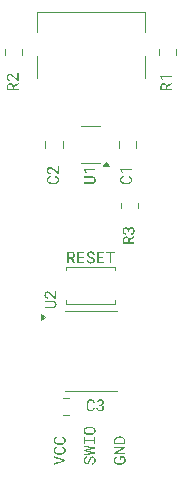
<source format=gbr>
%TF.GenerationSoftware,KiCad,Pcbnew,8.0.3*%
%TF.CreationDate,2024-08-17T22:20:40+01:00*%
%TF.ProjectId,TSSOP_Board,5453534f-505f-4426-9f61-72642e6b6963,rev?*%
%TF.SameCoordinates,Original*%
%TF.FileFunction,Legend,Top*%
%TF.FilePolarity,Positive*%
%FSLAX46Y46*%
G04 Gerber Fmt 4.6, Leading zero omitted, Abs format (unit mm)*
G04 Created by KiCad (PCBNEW 8.0.3) date 2024-08-17 22:20:40*
%MOMM*%
%LPD*%
G01*
G04 APERTURE LIST*
%ADD10C,0.125000*%
%ADD11C,0.150000*%
%ADD12C,0.120000*%
G04 APERTURE END LIST*
D10*
G36*
X115985000Y-82947345D02*
G01*
X115985000Y-82836703D01*
X114984825Y-82521385D01*
X114984825Y-82656696D01*
X115730254Y-82877736D01*
X115780324Y-82892879D01*
X115731475Y-82907289D01*
X114984825Y-83127108D01*
X114984825Y-83263151D01*
X115985000Y-82947345D01*
G37*
G36*
X115684092Y-81704393D02*
G01*
X115684092Y-81831644D01*
X115733114Y-81841372D01*
X115768356Y-81852893D01*
X115812701Y-81875829D01*
X115835279Y-81893437D01*
X115867531Y-81931720D01*
X115879975Y-81955719D01*
X115893027Y-82003961D01*
X115895607Y-82042425D01*
X115890440Y-82093109D01*
X115880952Y-82123025D01*
X115855271Y-82165886D01*
X115840163Y-82182621D01*
X115801207Y-82213391D01*
X115781057Y-82224630D01*
X115734715Y-82243479D01*
X115708761Y-82251253D01*
X115660981Y-82261881D01*
X115631580Y-82266152D01*
X115580700Y-82270029D01*
X115554888Y-82270548D01*
X115414204Y-82270548D01*
X115364426Y-82268655D01*
X115337512Y-82266152D01*
X115288816Y-82258156D01*
X115260331Y-82251253D01*
X115212431Y-82234949D01*
X115188768Y-82224142D01*
X115146348Y-82196929D01*
X115129661Y-82181888D01*
X115098698Y-82141254D01*
X115089605Y-82122537D01*
X115076802Y-82074986D01*
X115074706Y-82042425D01*
X115079463Y-81993017D01*
X115091559Y-81955719D01*
X115117586Y-81914102D01*
X115137965Y-81893437D01*
X115178723Y-81865693D01*
X115206842Y-81852893D01*
X115255401Y-81838096D01*
X115291106Y-81831644D01*
X115291106Y-81704393D01*
X115239334Y-81713094D01*
X115190997Y-81726741D01*
X115160680Y-81738587D01*
X115115397Y-81762205D01*
X115075596Y-81791386D01*
X115059075Y-81806731D01*
X115025963Y-81847263D01*
X115001746Y-81890509D01*
X114994106Y-81908580D01*
X114979241Y-81959184D01*
X114972246Y-82010475D01*
X114971147Y-82042425D01*
X114974050Y-82091212D01*
X114983667Y-82139244D01*
X114988733Y-82155265D01*
X115009494Y-82202587D01*
X115037093Y-82244414D01*
X115070737Y-82281417D01*
X115110122Y-82312802D01*
X115154207Y-82338875D01*
X115198865Y-82358771D01*
X115201957Y-82359941D01*
X115249337Y-82375654D01*
X115298972Y-82387075D01*
X115305760Y-82388273D01*
X115356862Y-82395096D01*
X115408500Y-82398162D01*
X115415425Y-82398287D01*
X115554888Y-82398287D01*
X115606826Y-82395722D01*
X115658228Y-82389400D01*
X115665041Y-82388273D01*
X115714801Y-82377425D01*
X115762414Y-82362284D01*
X115768600Y-82359941D01*
X115813419Y-82340338D01*
X115857558Y-82314578D01*
X115860191Y-82312802D01*
X115899209Y-82281417D01*
X115932732Y-82244414D01*
X115960392Y-82202465D01*
X115981336Y-82154777D01*
X115993783Y-82104910D01*
X115998525Y-82053913D01*
X115998677Y-82042425D01*
X115995449Y-81990276D01*
X115985763Y-81941904D01*
X115975718Y-81911755D01*
X115953920Y-81866509D01*
X115925834Y-81826423D01*
X115910750Y-81809662D01*
X115871453Y-81775348D01*
X115829271Y-81749010D01*
X115811587Y-81740297D01*
X115762502Y-81721410D01*
X115713902Y-81709200D01*
X115684092Y-81704393D01*
G37*
G36*
X115684092Y-80864198D02*
G01*
X115684092Y-80991448D01*
X115733114Y-81001177D01*
X115768356Y-81012697D01*
X115812701Y-81035633D01*
X115835279Y-81053242D01*
X115867531Y-81091525D01*
X115879975Y-81115524D01*
X115893027Y-81163765D01*
X115895607Y-81202230D01*
X115890440Y-81252914D01*
X115880952Y-81282830D01*
X115855271Y-81325691D01*
X115840163Y-81342425D01*
X115801207Y-81373196D01*
X115781057Y-81384435D01*
X115734715Y-81403283D01*
X115708761Y-81411057D01*
X115660981Y-81421686D01*
X115631580Y-81425956D01*
X115580700Y-81429833D01*
X115554888Y-81430353D01*
X115414204Y-81430353D01*
X115364426Y-81428459D01*
X115337512Y-81425956D01*
X115288816Y-81417961D01*
X115260331Y-81411057D01*
X115212431Y-81394753D01*
X115188768Y-81383946D01*
X115146348Y-81356733D01*
X115129661Y-81341692D01*
X115098698Y-81301058D01*
X115089605Y-81282341D01*
X115076802Y-81234790D01*
X115074706Y-81202230D01*
X115079463Y-81152822D01*
X115091559Y-81115524D01*
X115117586Y-81073907D01*
X115137965Y-81053242D01*
X115178723Y-81025497D01*
X115206842Y-81012697D01*
X115255401Y-80997901D01*
X115291106Y-80991448D01*
X115291106Y-80864198D01*
X115239334Y-80872899D01*
X115190997Y-80886546D01*
X115160680Y-80898392D01*
X115115397Y-80922010D01*
X115075596Y-80951191D01*
X115059075Y-80966535D01*
X115025963Y-81007067D01*
X115001746Y-81050313D01*
X114994106Y-81068385D01*
X114979241Y-81118989D01*
X114972246Y-81170280D01*
X114971147Y-81202230D01*
X114974050Y-81251017D01*
X114983667Y-81299049D01*
X114988733Y-81315070D01*
X115009494Y-81362392D01*
X115037093Y-81404219D01*
X115070737Y-81441221D01*
X115110122Y-81472607D01*
X115154207Y-81498680D01*
X115198865Y-81518576D01*
X115201957Y-81519745D01*
X115249337Y-81535459D01*
X115298972Y-81546879D01*
X115305760Y-81548078D01*
X115356862Y-81554900D01*
X115408500Y-81557967D01*
X115415425Y-81558092D01*
X115554888Y-81558092D01*
X115606826Y-81555526D01*
X115658228Y-81549204D01*
X115665041Y-81548078D01*
X115714801Y-81537230D01*
X115762414Y-81522089D01*
X115768600Y-81519745D01*
X115813419Y-81500143D01*
X115857558Y-81474383D01*
X115860191Y-81472607D01*
X115899209Y-81441221D01*
X115932732Y-81404219D01*
X115960392Y-81362270D01*
X115981336Y-81314581D01*
X115993783Y-81264714D01*
X115998525Y-81213717D01*
X115998677Y-81202230D01*
X115995449Y-81150080D01*
X115985763Y-81101709D01*
X115975718Y-81071560D01*
X115953920Y-81026314D01*
X115925834Y-80986228D01*
X115910750Y-80969466D01*
X115871453Y-80935152D01*
X115829271Y-80908814D01*
X115811587Y-80900101D01*
X115762502Y-80881215D01*
X115713902Y-80869005D01*
X115684092Y-80864198D01*
G37*
G36*
X118272208Y-82668908D02*
G01*
X118321440Y-82676692D01*
X118343283Y-82686982D01*
X118382072Y-82719497D01*
X118392376Y-82732900D01*
X118415614Y-82777440D01*
X118421685Y-82797136D01*
X118430060Y-82847301D01*
X118430966Y-82870408D01*
X118426947Y-82920649D01*
X118418265Y-82956626D01*
X118397428Y-83002250D01*
X118380163Y-83026235D01*
X118342732Y-83061252D01*
X118319347Y-83075817D01*
X118272719Y-83093962D01*
X118236549Y-83101218D01*
X118236549Y-83230911D01*
X118286964Y-83225292D01*
X118336839Y-83210226D01*
X118353541Y-83202579D01*
X118396965Y-83175684D01*
X118435339Y-83141591D01*
X118445376Y-83130527D01*
X118476311Y-83089884D01*
X118501338Y-83044157D01*
X118514741Y-83010848D01*
X118528369Y-82963068D01*
X118536340Y-82914768D01*
X118538677Y-82870408D01*
X118535451Y-82818049D01*
X118526679Y-82769429D01*
X118521824Y-82750729D01*
X118505390Y-82704166D01*
X118481561Y-82658618D01*
X118471510Y-82643507D01*
X118439387Y-82605413D01*
X118400718Y-82574050D01*
X118388468Y-82566326D01*
X118341171Y-82545957D01*
X118291391Y-82537256D01*
X118270743Y-82536528D01*
X118219345Y-82541124D01*
X118169764Y-82556351D01*
X118153506Y-82564372D01*
X118111926Y-82591934D01*
X118076516Y-82626322D01*
X118067533Y-82637401D01*
X118036978Y-82679616D01*
X118011567Y-82725477D01*
X118005251Y-82739250D01*
X117985282Y-82787810D01*
X117968118Y-82836462D01*
X117963729Y-82850381D01*
X117948008Y-82898804D01*
X117939794Y-82922188D01*
X117919815Y-82967525D01*
X117905355Y-82992530D01*
X117874431Y-83030863D01*
X117855041Y-83046996D01*
X117809931Y-83065945D01*
X117781769Y-83068734D01*
X117731530Y-83061114D01*
X117711671Y-83052614D01*
X117671737Y-83022114D01*
X117660868Y-83009138D01*
X117636450Y-82966480D01*
X117629849Y-82947589D01*
X117620593Y-82899093D01*
X117619591Y-82876515D01*
X117624585Y-82825925D01*
X117633757Y-82795182D01*
X117656974Y-82752050D01*
X117673080Y-82732900D01*
X117712961Y-82701930D01*
X117734141Y-82691134D01*
X117781253Y-82675297D01*
X117812543Y-82669641D01*
X117812543Y-82539215D01*
X117762924Y-82544058D01*
X117713355Y-82557754D01*
X117688468Y-82568769D01*
X117645923Y-82594653D01*
X117608779Y-82626666D01*
X117593457Y-82643507D01*
X117564608Y-82683866D01*
X117541563Y-82728740D01*
X117532885Y-82750974D01*
X117518811Y-82800796D01*
X117511912Y-82852231D01*
X117511147Y-82876515D01*
X117514654Y-82928093D01*
X117525172Y-82979390D01*
X117529466Y-82993995D01*
X117548506Y-83042688D01*
X117573998Y-83086613D01*
X117582466Y-83098287D01*
X117616233Y-83135313D01*
X117655983Y-83165606D01*
X117668440Y-83173025D01*
X117715510Y-83192393D01*
X117763906Y-83200666D01*
X117783722Y-83201357D01*
X117833530Y-83196682D01*
X117880947Y-83181187D01*
X117896318Y-83173025D01*
X117938178Y-83142532D01*
X117972212Y-83107390D01*
X117978872Y-83099020D01*
X118007089Y-83058040D01*
X118031472Y-83013321D01*
X118037735Y-82999857D01*
X118057584Y-82952360D01*
X118074814Y-82905610D01*
X118079256Y-82892390D01*
X118094846Y-82845545D01*
X118105390Y-82816431D01*
X118126075Y-82769548D01*
X118141050Y-82743891D01*
X118174108Y-82705768D01*
X118194783Y-82689913D01*
X118242343Y-82671390D01*
X118272208Y-82668908D01*
G37*
G36*
X118525000Y-82300101D02*
G01*
X118525000Y-82169431D01*
X117814009Y-82047310D01*
X117771510Y-82039739D01*
X117813276Y-82032900D01*
X118525000Y-81911267D01*
X118525000Y-81781330D01*
X117524825Y-81659941D01*
X117524825Y-81780108D01*
X118213101Y-81852160D01*
X118254378Y-81856312D01*
X118213834Y-81863884D01*
X117524825Y-81985517D01*
X117524825Y-82096159D01*
X118213101Y-82217059D01*
X118254378Y-82224386D01*
X118214567Y-82228538D01*
X117524825Y-82300834D01*
X117524825Y-82421734D01*
X118525000Y-82300101D01*
G37*
G36*
X117524825Y-81512174D02*
G01*
X117635467Y-81512174D01*
X117635467Y-81277945D01*
X118415090Y-81277945D01*
X118415090Y-81512174D01*
X118525000Y-81512174D01*
X118525000Y-80907673D01*
X118415090Y-80907673D01*
X118415090Y-81147275D01*
X117635467Y-81147275D01*
X117635467Y-80907673D01*
X117524825Y-80907673D01*
X117524825Y-81512174D01*
G37*
G36*
X118089367Y-80021438D02*
G01*
X118139853Y-80024300D01*
X118190875Y-80030597D01*
X118197669Y-80031702D01*
X118247712Y-80042299D01*
X118296144Y-80056975D01*
X118302497Y-80059272D01*
X118348382Y-80078936D01*
X118391154Y-80102893D01*
X118432370Y-80133240D01*
X118468091Y-80169083D01*
X118497522Y-80210299D01*
X118519870Y-80257254D01*
X118523231Y-80266702D01*
X118535077Y-80317095D01*
X118538677Y-80368873D01*
X118538512Y-80380354D01*
X118533369Y-80431151D01*
X118519870Y-80480492D01*
X118497522Y-80527509D01*
X118468091Y-80568908D01*
X118432309Y-80604751D01*
X118390910Y-80635586D01*
X118385329Y-80639057D01*
X118341887Y-80662535D01*
X118295655Y-80681504D01*
X118289262Y-80683787D01*
X118240522Y-80698538D01*
X118190387Y-80709103D01*
X118183612Y-80710171D01*
X118132983Y-80716171D01*
X118082676Y-80718629D01*
X117968614Y-80718629D01*
X117961895Y-80718507D01*
X117911316Y-80715645D01*
X117860415Y-80709348D01*
X117853591Y-80708240D01*
X117803388Y-80697439D01*
X117754902Y-80682237D01*
X117748577Y-80679969D01*
X117702785Y-80660466D01*
X117659891Y-80636563D01*
X117618126Y-80606033D01*
X117581734Y-80570129D01*
X117552302Y-80528913D01*
X117529954Y-80481958D01*
X117526593Y-80472510D01*
X117514747Y-80422117D01*
X117511147Y-80370339D01*
X117624476Y-80370339D01*
X117626352Y-80399352D01*
X117640352Y-80448008D01*
X117651147Y-80468191D01*
X117682117Y-80506382D01*
X117701512Y-80522389D01*
X117743667Y-80547659D01*
X117767857Y-80558101D01*
X117815963Y-80573549D01*
X117844940Y-80580567D01*
X117893387Y-80588448D01*
X117917278Y-80590837D01*
X117967149Y-80593577D01*
X118082676Y-80593577D01*
X118107207Y-80592640D01*
X118156926Y-80588448D01*
X118183619Y-80584703D01*
X118233618Y-80573549D01*
X118259745Y-80565775D01*
X118307379Y-80546926D01*
X118328350Y-80535759D01*
X118368440Y-80505649D01*
X118384029Y-80489349D01*
X118410938Y-80447275D01*
X118421217Y-80418075D01*
X118426814Y-80368873D01*
X118424938Y-80339414D01*
X118410938Y-80290227D01*
X118399966Y-80269915D01*
X118368440Y-80231609D01*
X118351271Y-80217283D01*
X118307623Y-80191309D01*
X118281062Y-80180043D01*
X118234351Y-80164930D01*
X118208318Y-80159074D01*
X118157658Y-80151741D01*
X118133439Y-80149609D01*
X118082676Y-80147101D01*
X117967149Y-80147101D01*
X117942258Y-80148008D01*
X117892655Y-80151986D01*
X117863598Y-80155741D01*
X117815474Y-80165663D01*
X117789822Y-80173466D01*
X117742934Y-80192530D01*
X117722021Y-80203568D01*
X117681385Y-80233563D01*
X117666100Y-80249863D01*
X117639863Y-80291937D01*
X117629901Y-80321136D01*
X117624476Y-80370339D01*
X117511147Y-80370339D01*
X117511313Y-80358855D01*
X117516455Y-80307992D01*
X117529954Y-80258475D01*
X117531143Y-80255342D01*
X117552302Y-80211153D01*
X117581734Y-80169815D01*
X117617576Y-80133912D01*
X117659159Y-80103381D01*
X117664710Y-80099937D01*
X117707991Y-80076417D01*
X117754169Y-80056975D01*
X117760536Y-80054783D01*
X117809319Y-80040650D01*
X117859926Y-80030597D01*
X117866791Y-80029559D01*
X117917971Y-80023720D01*
X117968614Y-80021316D01*
X118082676Y-80021316D01*
X118089367Y-80021438D01*
G37*
G36*
X120933841Y-82545321D02*
G01*
X120566988Y-82547519D01*
X120566988Y-82871630D01*
X120674211Y-82871630D01*
X120674211Y-82668420D01*
X120898670Y-82669641D01*
X120932820Y-82704634D01*
X120935551Y-82708964D01*
X120956170Y-82754028D01*
X120957777Y-82759034D01*
X120968008Y-82807359D01*
X120968768Y-82814477D01*
X120971030Y-82864024D01*
X120970966Y-82868943D01*
X120964930Y-82919446D01*
X120954846Y-82950032D01*
X120929807Y-82993048D01*
X120913080Y-83012558D01*
X120875419Y-83044990D01*
X120852752Y-83059208D01*
X120808178Y-83080560D01*
X120779968Y-83090715D01*
X120731158Y-83103710D01*
X120701322Y-83109034D01*
X120651996Y-83114357D01*
X120623408Y-83115628D01*
X120505928Y-83115628D01*
X120456044Y-83113525D01*
X120428991Y-83110743D01*
X120379589Y-83102252D01*
X120350589Y-83094868D01*
X120303878Y-83078744D01*
X120277316Y-83066780D01*
X120235582Y-83040448D01*
X120216744Y-83023549D01*
X120185889Y-82983459D01*
X120175223Y-82962488D01*
X120161789Y-82914517D01*
X120159591Y-82881888D01*
X120164305Y-82832291D01*
X120174490Y-82798845D01*
X120198668Y-82756145D01*
X120215279Y-82737052D01*
X120256292Y-82706627D01*
X120278293Y-82695775D01*
X120326665Y-82679269D01*
X120358161Y-82672572D01*
X120358161Y-82546787D01*
X120307476Y-82554286D01*
X120256832Y-82568999D01*
X120231399Y-82579759D01*
X120188019Y-82604410D01*
X120147254Y-82637269D01*
X120134190Y-82650590D01*
X120102861Y-82691957D01*
X120080049Y-82735559D01*
X120072885Y-82753660D01*
X120058811Y-82803340D01*
X120052188Y-82852490D01*
X120051147Y-82882621D01*
X120054211Y-82931963D01*
X120064362Y-82980502D01*
X120069710Y-82996682D01*
X120089957Y-83041894D01*
X120117823Y-83084797D01*
X120119780Y-83087296D01*
X120154890Y-83124909D01*
X120195739Y-83156661D01*
X120238107Y-83181587D01*
X120283695Y-83202328D01*
X120290017Y-83204777D01*
X120338786Y-83220666D01*
X120389379Y-83232154D01*
X120396263Y-83233353D01*
X120448119Y-83240176D01*
X120500190Y-83243242D01*
X120507149Y-83243367D01*
X120623408Y-83243367D01*
X120672422Y-83240856D01*
X120721155Y-83234605D01*
X120735027Y-83232132D01*
X120785649Y-83219749D01*
X120834017Y-83202751D01*
X120840296Y-83200136D01*
X120886313Y-83178473D01*
X120929111Y-83152409D01*
X120934574Y-83148601D01*
X120972527Y-83117267D01*
X121007331Y-83078875D01*
X121009312Y-83076305D01*
X121036478Y-83035476D01*
X121057526Y-82989923D01*
X121059870Y-82983493D01*
X121072366Y-82936102D01*
X121078223Y-82884971D01*
X121078677Y-82869676D01*
X121076814Y-82820833D01*
X121069307Y-82770397D01*
X121065244Y-82752928D01*
X121050210Y-82705650D01*
X121029474Y-82661272D01*
X121022501Y-82649124D01*
X120994429Y-82608092D01*
X120983667Y-82594903D01*
X120948842Y-82558723D01*
X120933841Y-82545321D01*
G37*
G36*
X121065000Y-81725886D02*
G01*
X120064825Y-81725886D01*
X120064825Y-81854358D01*
X120810743Y-81856312D01*
X120064825Y-82244414D01*
X120064825Y-82373618D01*
X121065000Y-82373618D01*
X121065000Y-82245147D01*
X120317616Y-82242949D01*
X121065000Y-81854847D01*
X121065000Y-81725886D01*
G37*
G36*
X120626404Y-80851699D02*
G01*
X120677814Y-80855730D01*
X120726967Y-80863953D01*
X120741595Y-80867304D01*
X120790449Y-80881797D01*
X120835655Y-80900590D01*
X120848390Y-80907020D01*
X120890619Y-80932713D01*
X120929200Y-80963360D01*
X120934373Y-80968097D01*
X120970130Y-81005875D01*
X121000519Y-81047624D01*
X121009791Y-81063428D01*
X121032070Y-81110979D01*
X121047903Y-81159487D01*
X121055108Y-81191132D01*
X121062252Y-81240946D01*
X121065000Y-81293577D01*
X121065000Y-81525119D01*
X120064825Y-81525119D01*
X120064825Y-81293577D01*
X120169117Y-81293577D01*
X120169117Y-81395914D01*
X120961196Y-81395914D01*
X120961196Y-81293577D01*
X120957826Y-81244257D01*
X120947519Y-81193681D01*
X120935147Y-81158779D01*
X120910394Y-81113570D01*
X120886658Y-81083002D01*
X120849822Y-81049334D01*
X120814055Y-81026440D01*
X120768977Y-81006591D01*
X120738441Y-80996449D01*
X120690331Y-80985831D01*
X120652611Y-80981015D01*
X120601915Y-80978259D01*
X120527177Y-80978259D01*
X120487059Y-80980162D01*
X120437540Y-80986319D01*
X120406124Y-80992662D01*
X120357428Y-81007812D01*
X120311632Y-81029550D01*
X120270478Y-81057638D01*
X120235368Y-81092443D01*
X120207707Y-81134330D01*
X120195434Y-81159575D01*
X120179863Y-81206382D01*
X120172878Y-81242666D01*
X120169117Y-81293577D01*
X120064825Y-81293577D01*
X120065057Y-81282689D01*
X120068637Y-81233415D01*
X120077037Y-81183423D01*
X120090593Y-81133414D01*
X120108789Y-81087436D01*
X120123932Y-81057791D01*
X120150768Y-81016643D01*
X120182550Y-80979480D01*
X120203210Y-80959769D01*
X120245175Y-80927998D01*
X120288063Y-80904254D01*
X120304177Y-80896543D01*
X120351835Y-80878191D01*
X120399438Y-80865419D01*
X120426229Y-80860150D01*
X120478092Y-80853588D01*
X120528398Y-80851253D01*
X120601915Y-80851253D01*
X120626404Y-80851699D01*
G37*
G36*
X116461697Y-65202626D02*
G01*
X116511545Y-65209335D01*
X116559058Y-65220853D01*
X116577999Y-65227037D01*
X116623784Y-65247412D01*
X116667502Y-65276296D01*
X116681444Y-65288363D01*
X116715344Y-65327098D01*
X116740042Y-65369597D01*
X116752793Y-65402604D01*
X116763303Y-65451422D01*
X116766420Y-65501000D01*
X116763709Y-65542153D01*
X116752254Y-65590392D01*
X116739169Y-65622085D01*
X116713664Y-65663909D01*
X116692008Y-65689450D01*
X116654557Y-65722284D01*
X116623161Y-65743060D01*
X116579086Y-65765515D01*
X116791333Y-66192695D01*
X116790600Y-66201000D01*
X116656511Y-66201000D01*
X116460140Y-65792870D01*
X116260349Y-65792870D01*
X116260349Y-66201000D01*
X116133831Y-66201000D01*
X116133831Y-65688578D01*
X116260349Y-65688578D01*
X116430586Y-65688578D01*
X116461807Y-65686345D01*
X116510942Y-65675145D01*
X116535901Y-65665085D01*
X116577620Y-65638508D01*
X116594030Y-65622370D01*
X116622073Y-65579646D01*
X116632826Y-65549693D01*
X116638681Y-65499534D01*
X116636061Y-65462573D01*
X116622805Y-65415515D01*
X116611819Y-65394043D01*
X116579086Y-65354698D01*
X116558366Y-65339599D01*
X116511919Y-65318306D01*
X116476583Y-65309650D01*
X116427167Y-65305117D01*
X116260349Y-65305117D01*
X116260349Y-65688578D01*
X116133831Y-65688578D01*
X116133831Y-65200825D01*
X116427167Y-65200825D01*
X116461697Y-65202626D01*
G37*
G36*
X117519421Y-65738648D02*
G01*
X117519421Y-65630937D01*
X117101766Y-65630937D01*
X117101766Y-65309269D01*
X117582680Y-65309269D01*
X117582680Y-65200825D01*
X116974759Y-65200825D01*
X116974759Y-66201000D01*
X117588786Y-66201000D01*
X117588786Y-66093044D01*
X117101766Y-66093044D01*
X117101766Y-65738648D01*
X117519421Y-65738648D01*
G37*
G36*
X118332994Y-65948208D02*
G01*
X118325210Y-65997440D01*
X118314920Y-66019283D01*
X118282405Y-66058072D01*
X118269002Y-66068376D01*
X118224462Y-66091614D01*
X118204766Y-66097685D01*
X118154601Y-66106060D01*
X118131493Y-66106966D01*
X118081253Y-66102947D01*
X118045276Y-66094265D01*
X117999652Y-66073428D01*
X117975666Y-66056163D01*
X117940649Y-66018732D01*
X117926085Y-65995347D01*
X117907940Y-65948719D01*
X117900684Y-65912549D01*
X117770991Y-65912549D01*
X117776609Y-65962964D01*
X117791676Y-66012839D01*
X117799323Y-66029541D01*
X117826217Y-66072965D01*
X117860311Y-66111339D01*
X117871375Y-66121376D01*
X117912018Y-66152311D01*
X117957745Y-66177338D01*
X117991054Y-66190741D01*
X118038834Y-66204369D01*
X118087134Y-66212340D01*
X118131493Y-66214677D01*
X118183853Y-66211451D01*
X118232473Y-66202679D01*
X118251172Y-66197824D01*
X118297736Y-66181390D01*
X118343284Y-66157561D01*
X118358395Y-66147510D01*
X118396489Y-66115387D01*
X118427852Y-66076718D01*
X118435576Y-66064468D01*
X118455945Y-66017171D01*
X118464646Y-65967391D01*
X118465373Y-65946743D01*
X118460778Y-65895345D01*
X118445551Y-65845764D01*
X118437530Y-65829506D01*
X118409967Y-65787926D01*
X118375580Y-65752516D01*
X118364501Y-65743533D01*
X118322286Y-65712978D01*
X118276425Y-65687567D01*
X118262652Y-65681251D01*
X118214092Y-65661282D01*
X118165439Y-65644118D01*
X118151521Y-65639729D01*
X118103098Y-65624008D01*
X118079714Y-65615794D01*
X118034376Y-65595815D01*
X118009372Y-65581355D01*
X117971039Y-65550431D01*
X117954906Y-65531041D01*
X117935957Y-65485931D01*
X117933168Y-65457769D01*
X117940787Y-65407530D01*
X117949288Y-65387671D01*
X117979788Y-65347737D01*
X117992763Y-65336868D01*
X118035422Y-65312450D01*
X118054313Y-65305849D01*
X118102809Y-65296593D01*
X118125387Y-65295591D01*
X118175976Y-65300585D01*
X118206720Y-65309757D01*
X118249852Y-65332974D01*
X118269002Y-65349080D01*
X118299972Y-65388961D01*
X118310768Y-65410141D01*
X118326605Y-65457253D01*
X118332261Y-65488543D01*
X118462687Y-65488543D01*
X118457844Y-65438924D01*
X118444148Y-65389355D01*
X118433133Y-65364468D01*
X118407248Y-65321923D01*
X118375236Y-65284779D01*
X118358395Y-65269457D01*
X118318036Y-65240608D01*
X118273162Y-65217563D01*
X118250928Y-65208885D01*
X118201105Y-65194811D01*
X118149670Y-65187912D01*
X118125387Y-65187147D01*
X118073809Y-65190654D01*
X118022511Y-65201172D01*
X118007906Y-65205466D01*
X117959213Y-65224506D01*
X117915289Y-65249998D01*
X117903615Y-65258466D01*
X117866589Y-65292233D01*
X117836295Y-65331983D01*
X117828876Y-65344440D01*
X117809509Y-65391510D01*
X117801236Y-65439906D01*
X117800544Y-65459722D01*
X117805220Y-65509530D01*
X117820714Y-65556947D01*
X117828876Y-65572318D01*
X117859370Y-65614178D01*
X117894512Y-65648212D01*
X117902882Y-65654872D01*
X117943861Y-65683089D01*
X117988581Y-65707472D01*
X118002045Y-65713735D01*
X118049542Y-65733584D01*
X118096292Y-65750814D01*
X118109512Y-65755256D01*
X118156357Y-65770846D01*
X118185471Y-65781390D01*
X118232354Y-65802075D01*
X118258011Y-65817050D01*
X118296134Y-65850108D01*
X118311989Y-65870783D01*
X118330512Y-65918343D01*
X118332994Y-65948208D01*
G37*
G36*
X119199812Y-65738648D02*
G01*
X119199812Y-65630937D01*
X118782156Y-65630937D01*
X118782156Y-65309269D01*
X119263070Y-65309269D01*
X119263070Y-65200825D01*
X118655150Y-65200825D01*
X118655150Y-66201000D01*
X119269177Y-66201000D01*
X119269177Y-66093044D01*
X118782156Y-66093044D01*
X118782156Y-65738648D01*
X119199812Y-65738648D01*
G37*
G36*
X120164327Y-65309269D02*
G01*
X120164327Y-65200825D01*
X119422561Y-65200825D01*
X119422561Y-65309269D01*
X119731528Y-65309269D01*
X119731528Y-66201000D01*
X119855359Y-66201000D01*
X119855359Y-65309269D01*
X120164327Y-65309269D01*
G37*
D11*
G36*
X117524825Y-58817005D02*
G01*
X117524825Y-58939860D01*
X118202110Y-58942058D01*
X118251312Y-58947218D01*
X118288084Y-58956468D01*
X118333538Y-58976059D01*
X118360868Y-58994326D01*
X118396016Y-59030657D01*
X118412159Y-59056852D01*
X118427862Y-59104867D01*
X118430966Y-59142581D01*
X118425520Y-59191243D01*
X118411671Y-59228799D01*
X118382781Y-59270644D01*
X118360868Y-59291081D01*
X118317553Y-59318157D01*
X118288084Y-59329915D01*
X118237862Y-59341186D01*
X118202110Y-59343837D01*
X117524825Y-59346524D01*
X117524825Y-59467424D01*
X118202110Y-59468890D01*
X118253482Y-59465077D01*
X118302448Y-59454739D01*
X118333757Y-59444221D01*
X118380948Y-59421552D01*
X118422897Y-59392836D01*
X118440491Y-59377543D01*
X118474534Y-59340151D01*
X118502047Y-59297035D01*
X118512543Y-59275205D01*
X118528469Y-59228505D01*
X118537044Y-59178164D01*
X118538677Y-59142581D01*
X118534968Y-59090706D01*
X118523839Y-59042060D01*
X118512299Y-59011423D01*
X118487601Y-58965544D01*
X118456374Y-58925148D01*
X118439759Y-58908352D01*
X118400426Y-58876291D01*
X118355853Y-58850356D01*
X118333513Y-58840453D01*
X118286298Y-58825271D01*
X118236610Y-58817097D01*
X118202110Y-58815540D01*
X117524825Y-58817005D01*
G37*
G36*
X118525000Y-58192476D02*
G01*
X117524825Y-58192476D01*
X117524825Y-58202735D01*
X117670394Y-58581311D01*
X117786653Y-58581311D01*
X117687002Y-58319483D01*
X118525000Y-58319483D01*
X118525000Y-58192476D01*
G37*
G36*
X118467411Y-78414092D02*
G01*
X118340160Y-78414092D01*
X118330431Y-78463114D01*
X118318911Y-78498356D01*
X118295975Y-78542701D01*
X118278367Y-78565279D01*
X118240084Y-78597531D01*
X118216085Y-78609975D01*
X118167843Y-78623027D01*
X118129378Y-78625607D01*
X118078694Y-78620440D01*
X118048778Y-78610952D01*
X118005917Y-78585271D01*
X117989183Y-78570163D01*
X117958412Y-78531207D01*
X117947173Y-78511057D01*
X117928325Y-78464715D01*
X117920551Y-78438761D01*
X117909922Y-78390981D01*
X117905652Y-78361580D01*
X117901775Y-78310700D01*
X117901256Y-78284888D01*
X117901256Y-78144204D01*
X117903149Y-78094426D01*
X117905652Y-78067512D01*
X117913647Y-78018816D01*
X117920551Y-77990331D01*
X117936855Y-77942431D01*
X117947662Y-77918768D01*
X117974875Y-77876348D01*
X117989916Y-77859661D01*
X118030550Y-77828698D01*
X118049267Y-77819605D01*
X118096818Y-77806802D01*
X118129378Y-77804706D01*
X118178786Y-77809463D01*
X118216085Y-77821559D01*
X118257701Y-77847586D01*
X118278367Y-77867965D01*
X118306111Y-77908723D01*
X118318911Y-77936842D01*
X118333707Y-77985401D01*
X118340160Y-78021106D01*
X118467411Y-78021106D01*
X118458709Y-77969334D01*
X118445062Y-77920997D01*
X118433217Y-77890680D01*
X118409598Y-77845397D01*
X118380417Y-77805596D01*
X118365073Y-77789075D01*
X118324541Y-77755963D01*
X118281295Y-77731746D01*
X118263224Y-77724106D01*
X118212619Y-77709241D01*
X118161328Y-77702246D01*
X118129378Y-77701147D01*
X118080591Y-77704050D01*
X118032560Y-77713667D01*
X118016538Y-77718733D01*
X117969216Y-77739494D01*
X117927390Y-77767093D01*
X117890387Y-77800737D01*
X117859002Y-77840122D01*
X117832929Y-77884207D01*
X117813033Y-77928865D01*
X117811863Y-77931957D01*
X117796149Y-77979337D01*
X117784729Y-78028972D01*
X117783531Y-78035760D01*
X117776708Y-78086862D01*
X117773642Y-78138500D01*
X117773517Y-78145425D01*
X117773517Y-78284888D01*
X117776082Y-78336826D01*
X117782404Y-78388228D01*
X117783531Y-78395041D01*
X117794378Y-78444801D01*
X117809520Y-78492414D01*
X117811863Y-78498600D01*
X117831465Y-78543419D01*
X117857225Y-78587558D01*
X117859002Y-78590191D01*
X117890387Y-78629209D01*
X117927390Y-78662732D01*
X117969338Y-78690392D01*
X118017027Y-78711336D01*
X118066894Y-78723783D01*
X118117891Y-78728525D01*
X118129378Y-78728677D01*
X118181528Y-78725449D01*
X118229900Y-78715763D01*
X118260048Y-78705718D01*
X118305294Y-78683920D01*
X118345381Y-78655834D01*
X118362142Y-78640750D01*
X118396456Y-78601453D01*
X118422794Y-78559271D01*
X118431507Y-78541587D01*
X118450393Y-78492502D01*
X118462604Y-78443902D01*
X118467411Y-78414092D01*
G37*
G36*
X118808129Y-78153729D02*
G01*
X118808129Y-78256800D01*
X118898743Y-78256800D01*
X118949576Y-78260278D01*
X118985694Y-78267791D01*
X119032682Y-78287265D01*
X119053349Y-78301496D01*
X119086490Y-78339953D01*
X119096092Y-78358161D01*
X119109525Y-78405559D01*
X119111723Y-78438761D01*
X119107473Y-78488048D01*
X119098290Y-78520826D01*
X119073175Y-78564878D01*
X119060188Y-78578956D01*
X119019301Y-78606479D01*
X119000348Y-78613883D01*
X118950931Y-78623791D01*
X118922191Y-78625118D01*
X118871205Y-78620252D01*
X118843545Y-78612662D01*
X118798187Y-78589456D01*
X118783461Y-78577491D01*
X118752549Y-78538290D01*
X118745115Y-78522780D01*
X118733214Y-78474998D01*
X118731926Y-78451217D01*
X118604675Y-78451217D01*
X118608827Y-78502420D01*
X118622585Y-78552241D01*
X118629832Y-78568698D01*
X118655164Y-78610753D01*
X118689671Y-78649067D01*
X118697487Y-78655893D01*
X118737665Y-78683822D01*
X118783827Y-78705207D01*
X118798115Y-78710115D01*
X118846636Y-78722133D01*
X118897736Y-78728025D01*
X118922191Y-78728677D01*
X118971295Y-78725929D01*
X119021623Y-78716751D01*
X119047487Y-78709138D01*
X119095359Y-78688534D01*
X119137247Y-78660919D01*
X119148115Y-78651741D01*
X119181748Y-78615984D01*
X119208275Y-78573682D01*
X119214549Y-78560394D01*
X119230205Y-78513718D01*
X119237879Y-78461803D01*
X119238729Y-78436074D01*
X119234692Y-78386317D01*
X119230914Y-78366709D01*
X119214741Y-78320186D01*
X119203803Y-78300031D01*
X119172046Y-78261307D01*
X119151046Y-78243122D01*
X119109324Y-78217560D01*
X119069713Y-78201845D01*
X119113813Y-78178529D01*
X119139323Y-78159103D01*
X119173163Y-78123545D01*
X119187194Y-78103660D01*
X119209542Y-78059330D01*
X119214549Y-78044064D01*
X119223269Y-77994949D01*
X119223586Y-77983981D01*
X119220495Y-77934293D01*
X119210170Y-77885735D01*
X119201605Y-77861859D01*
X119177079Y-77815981D01*
X119144718Y-77777724D01*
X119139811Y-77773199D01*
X119098999Y-77743632D01*
X119054614Y-77723009D01*
X119044312Y-77719466D01*
X118993509Y-77706943D01*
X118942232Y-77701595D01*
X118921458Y-77701147D01*
X118871220Y-77704204D01*
X118820827Y-77714415D01*
X118795429Y-77722885D01*
X118748933Y-77744684D01*
X118708608Y-77772466D01*
X118698220Y-77781503D01*
X118664181Y-77819610D01*
X118638085Y-77863406D01*
X118635205Y-77869675D01*
X118619252Y-77918469D01*
X118613066Y-77970053D01*
X118612979Y-77977142D01*
X118740718Y-77977142D01*
X118746837Y-77926987D01*
X118753663Y-77906556D01*
X118779629Y-77864012D01*
X118791032Y-77852090D01*
X118831470Y-77824292D01*
X118847452Y-77817651D01*
X118896809Y-77806632D01*
X118921458Y-77805439D01*
X118970249Y-77809637D01*
X118995952Y-77816186D01*
X119040531Y-77839304D01*
X119050662Y-77848182D01*
X119079297Y-77889386D01*
X119084856Y-77903381D01*
X119095195Y-77951922D01*
X119096580Y-77981294D01*
X119090346Y-78030462D01*
X119083391Y-78050903D01*
X119057379Y-78093081D01*
X119045778Y-78104881D01*
X119003333Y-78132612D01*
X118983496Y-78140785D01*
X118933216Y-78151909D01*
X118898743Y-78153729D01*
X118808129Y-78153729D01*
G37*
G36*
X121827000Y-63891301D02*
G01*
X121827000Y-64025390D01*
X121418870Y-64221761D01*
X121418870Y-64421552D01*
X121827000Y-64421552D01*
X121827000Y-64548070D01*
X120826825Y-64548070D01*
X120826825Y-64254734D01*
X120931117Y-64254734D01*
X120931117Y-64421552D01*
X121314578Y-64421552D01*
X121314578Y-64251315D01*
X121312345Y-64220094D01*
X121301145Y-64170959D01*
X121291085Y-64146000D01*
X121264508Y-64104281D01*
X121248370Y-64087871D01*
X121205646Y-64059828D01*
X121175693Y-64049075D01*
X121125534Y-64043220D01*
X121088573Y-64045840D01*
X121041515Y-64059096D01*
X121020043Y-64070082D01*
X120980698Y-64102815D01*
X120965599Y-64123535D01*
X120944306Y-64169982D01*
X120935650Y-64205318D01*
X120931117Y-64254734D01*
X120826825Y-64254734D01*
X120828626Y-64220204D01*
X120835335Y-64170356D01*
X120846853Y-64122843D01*
X120853037Y-64103902D01*
X120873412Y-64058117D01*
X120902296Y-64014399D01*
X120914363Y-64000457D01*
X120953098Y-63966557D01*
X120995597Y-63941859D01*
X121028604Y-63929108D01*
X121077422Y-63918598D01*
X121127000Y-63915481D01*
X121168153Y-63918192D01*
X121216392Y-63929647D01*
X121248085Y-63942732D01*
X121289909Y-63968237D01*
X121315450Y-63989893D01*
X121348284Y-64027344D01*
X121369060Y-64058740D01*
X121391515Y-64102815D01*
X121818695Y-63890568D01*
X121827000Y-63891301D01*
G37*
G36*
X121265729Y-63564260D02*
G01*
X121368800Y-63564260D01*
X121368800Y-63473646D01*
X121372278Y-63422813D01*
X121379791Y-63386695D01*
X121399265Y-63339707D01*
X121413496Y-63319040D01*
X121451953Y-63285899D01*
X121470161Y-63276297D01*
X121517559Y-63262864D01*
X121550761Y-63260666D01*
X121600048Y-63264916D01*
X121632826Y-63274099D01*
X121676878Y-63299214D01*
X121690956Y-63312201D01*
X121718479Y-63353088D01*
X121725883Y-63372041D01*
X121735791Y-63421458D01*
X121737118Y-63450198D01*
X121732252Y-63501184D01*
X121724662Y-63528844D01*
X121701456Y-63574202D01*
X121689491Y-63588928D01*
X121650290Y-63619840D01*
X121634780Y-63627274D01*
X121586998Y-63639175D01*
X121563217Y-63640463D01*
X121563217Y-63767714D01*
X121614420Y-63763562D01*
X121664241Y-63749804D01*
X121680698Y-63742557D01*
X121722753Y-63717225D01*
X121761067Y-63682718D01*
X121767893Y-63674902D01*
X121795822Y-63634724D01*
X121817207Y-63588562D01*
X121822115Y-63574274D01*
X121834133Y-63525753D01*
X121840025Y-63474653D01*
X121840677Y-63450198D01*
X121837929Y-63401094D01*
X121828751Y-63350766D01*
X121821138Y-63324902D01*
X121800534Y-63277030D01*
X121772919Y-63235142D01*
X121763741Y-63224274D01*
X121727984Y-63190641D01*
X121685682Y-63164114D01*
X121672394Y-63157840D01*
X121625718Y-63142184D01*
X121573803Y-63134510D01*
X121548074Y-63133660D01*
X121498317Y-63137697D01*
X121478709Y-63141475D01*
X121432186Y-63157648D01*
X121412031Y-63168586D01*
X121373307Y-63200343D01*
X121355122Y-63221343D01*
X121329560Y-63263065D01*
X121313845Y-63302676D01*
X121290529Y-63258576D01*
X121271103Y-63233066D01*
X121235545Y-63199226D01*
X121215660Y-63185195D01*
X121171330Y-63162847D01*
X121156064Y-63157840D01*
X121106949Y-63149120D01*
X121095981Y-63148803D01*
X121046293Y-63151894D01*
X120997735Y-63162219D01*
X120973859Y-63170784D01*
X120927981Y-63195310D01*
X120889724Y-63227671D01*
X120885199Y-63232578D01*
X120855632Y-63273390D01*
X120835009Y-63317775D01*
X120831466Y-63328077D01*
X120818943Y-63378880D01*
X120813595Y-63430157D01*
X120813147Y-63450931D01*
X120816204Y-63501169D01*
X120826415Y-63551562D01*
X120834885Y-63576960D01*
X120856684Y-63623456D01*
X120884466Y-63663781D01*
X120893503Y-63674169D01*
X120931610Y-63708208D01*
X120975406Y-63734304D01*
X120981675Y-63737184D01*
X121030469Y-63753137D01*
X121082053Y-63759323D01*
X121089142Y-63759410D01*
X121089142Y-63631671D01*
X121038987Y-63625552D01*
X121018556Y-63618726D01*
X120976012Y-63592760D01*
X120964090Y-63581357D01*
X120936292Y-63540919D01*
X120929651Y-63524937D01*
X120918632Y-63475580D01*
X120917439Y-63450931D01*
X120921637Y-63402140D01*
X120928186Y-63376437D01*
X120951304Y-63331858D01*
X120960182Y-63321727D01*
X121001386Y-63293092D01*
X121015381Y-63287533D01*
X121063922Y-63277194D01*
X121093294Y-63275809D01*
X121142462Y-63282043D01*
X121162903Y-63288998D01*
X121205081Y-63315010D01*
X121216881Y-63326611D01*
X121244612Y-63369056D01*
X121252785Y-63388893D01*
X121263909Y-63439173D01*
X121265729Y-63473646D01*
X121265729Y-63564260D01*
G37*
G36*
X125015000Y-50899301D02*
G01*
X125015000Y-51033390D01*
X124606870Y-51229761D01*
X124606870Y-51429552D01*
X125015000Y-51429552D01*
X125015000Y-51556070D01*
X124014825Y-51556070D01*
X124014825Y-51262734D01*
X124119117Y-51262734D01*
X124119117Y-51429552D01*
X124502578Y-51429552D01*
X124502578Y-51259315D01*
X124500345Y-51228094D01*
X124489145Y-51178959D01*
X124479085Y-51154000D01*
X124452508Y-51112281D01*
X124436370Y-51095871D01*
X124393646Y-51067828D01*
X124363693Y-51057075D01*
X124313534Y-51051220D01*
X124276573Y-51053840D01*
X124229515Y-51067096D01*
X124208043Y-51078082D01*
X124168698Y-51110815D01*
X124153599Y-51131535D01*
X124132306Y-51177982D01*
X124123650Y-51213318D01*
X124119117Y-51262734D01*
X124014825Y-51262734D01*
X124016626Y-51228204D01*
X124023335Y-51178356D01*
X124034853Y-51130843D01*
X124041037Y-51111902D01*
X124061412Y-51066117D01*
X124090296Y-51022399D01*
X124102363Y-51008457D01*
X124141098Y-50974557D01*
X124183597Y-50949859D01*
X124216604Y-50937108D01*
X124265422Y-50926598D01*
X124315000Y-50923481D01*
X124356153Y-50926192D01*
X124404392Y-50937647D01*
X124436085Y-50950732D01*
X124477909Y-50976237D01*
X124503450Y-50997893D01*
X124536284Y-51035344D01*
X124557060Y-51066740D01*
X124579515Y-51110815D01*
X125006695Y-50898568D01*
X125015000Y-50899301D01*
G37*
G36*
X125015000Y-50308477D02*
G01*
X124014825Y-50308477D01*
X124014825Y-50318736D01*
X124160394Y-50697312D01*
X124276653Y-50697312D01*
X124177002Y-50435484D01*
X125015000Y-50435484D01*
X125015000Y-50308477D01*
G37*
G36*
X112015000Y-50899301D02*
G01*
X112015000Y-51033390D01*
X111606870Y-51229761D01*
X111606870Y-51429552D01*
X112015000Y-51429552D01*
X112015000Y-51556070D01*
X111014825Y-51556070D01*
X111014825Y-51262734D01*
X111119117Y-51262734D01*
X111119117Y-51429552D01*
X111502578Y-51429552D01*
X111502578Y-51259315D01*
X111500345Y-51228094D01*
X111489145Y-51178959D01*
X111479085Y-51154000D01*
X111452508Y-51112281D01*
X111436370Y-51095871D01*
X111393646Y-51067828D01*
X111363693Y-51057075D01*
X111313534Y-51051220D01*
X111276573Y-51053840D01*
X111229515Y-51067096D01*
X111208043Y-51078082D01*
X111168698Y-51110815D01*
X111153599Y-51131535D01*
X111132306Y-51177982D01*
X111123650Y-51213318D01*
X111119117Y-51262734D01*
X111014825Y-51262734D01*
X111016626Y-51228204D01*
X111023335Y-51178356D01*
X111034853Y-51130843D01*
X111041037Y-51111902D01*
X111061412Y-51066117D01*
X111090296Y-51022399D01*
X111102363Y-51008457D01*
X111141098Y-50974557D01*
X111183597Y-50949859D01*
X111216604Y-50937108D01*
X111265422Y-50926598D01*
X111315000Y-50923481D01*
X111356153Y-50926192D01*
X111404392Y-50937647D01*
X111436085Y-50950732D01*
X111477909Y-50976237D01*
X111503450Y-50997893D01*
X111536284Y-51035344D01*
X111557060Y-51066740D01*
X111579515Y-51110815D01*
X112006695Y-50898568D01*
X112015000Y-50899301D01*
G37*
G36*
X112015000Y-50107221D02*
G01*
X111911196Y-50107221D01*
X111911196Y-50609385D01*
X111620059Y-50340717D01*
X111581308Y-50306260D01*
X111542450Y-50273412D01*
X111537260Y-50269154D01*
X111498066Y-50238868D01*
X111455667Y-50210468D01*
X111452997Y-50208826D01*
X111407567Y-50184733D01*
X111367023Y-50168282D01*
X111317530Y-50156037D01*
X111278607Y-50153139D01*
X111227977Y-50157159D01*
X111177570Y-50170390D01*
X111167965Y-50174144D01*
X111123343Y-50197807D01*
X111084732Y-50229413D01*
X111080038Y-50234228D01*
X111048829Y-50274903D01*
X111026189Y-50319743D01*
X111022152Y-50330215D01*
X111008552Y-50378552D01*
X111002153Y-50427250D01*
X111001147Y-50457466D01*
X111004062Y-50508397D01*
X111013891Y-50559482D01*
X111025816Y-50594730D01*
X111048721Y-50640404D01*
X111079790Y-50682559D01*
X111092494Y-50695847D01*
X111131797Y-50728772D01*
X111176617Y-50754030D01*
X111190436Y-50759838D01*
X111240778Y-50774865D01*
X111290037Y-50781283D01*
X111309626Y-50781820D01*
X111309626Y-50654081D01*
X111259806Y-50650294D01*
X111225118Y-50642113D01*
X111180163Y-50620720D01*
X111160394Y-50605232D01*
X111130001Y-50566318D01*
X111119849Y-50544660D01*
X111107817Y-50496129D01*
X111105439Y-50457466D01*
X111111540Y-50407186D01*
X111119605Y-50383704D01*
X111145016Y-50341578D01*
X111157707Y-50327773D01*
X111198557Y-50299746D01*
X111214371Y-50293090D01*
X111263564Y-50282069D01*
X111283981Y-50281122D01*
X111333871Y-50286513D01*
X111342843Y-50288694D01*
X111389283Y-50306702D01*
X111402927Y-50314095D01*
X111445421Y-50340962D01*
X111473025Y-50361478D01*
X111513569Y-50394634D01*
X111550468Y-50426879D01*
X111559487Y-50434995D01*
X111923653Y-50762525D01*
X112015000Y-50762525D01*
X112015000Y-50107221D01*
G37*
G36*
X121324092Y-58796977D02*
G01*
X121324092Y-58924228D01*
X121373114Y-58933957D01*
X121408356Y-58945477D01*
X121452701Y-58968413D01*
X121475279Y-58986021D01*
X121507531Y-59024304D01*
X121519975Y-59048303D01*
X121533027Y-59096545D01*
X121535607Y-59135010D01*
X121530440Y-59185694D01*
X121520952Y-59215610D01*
X121495271Y-59258471D01*
X121480163Y-59275205D01*
X121441207Y-59305976D01*
X121421057Y-59317215D01*
X121374715Y-59336063D01*
X121348761Y-59343837D01*
X121300981Y-59354466D01*
X121271580Y-59358736D01*
X121220700Y-59362613D01*
X121194888Y-59363132D01*
X121054204Y-59363132D01*
X121004426Y-59361239D01*
X120977512Y-59358736D01*
X120928816Y-59350741D01*
X120900331Y-59343837D01*
X120852431Y-59327533D01*
X120828768Y-59316726D01*
X120786348Y-59289513D01*
X120769661Y-59274472D01*
X120738698Y-59233838D01*
X120729605Y-59215121D01*
X120716802Y-59167570D01*
X120714706Y-59135010D01*
X120719463Y-59085602D01*
X120731559Y-59048303D01*
X120757586Y-59006687D01*
X120777965Y-58986021D01*
X120818723Y-58958277D01*
X120846842Y-58945477D01*
X120895401Y-58930681D01*
X120931106Y-58924228D01*
X120931106Y-58796977D01*
X120879334Y-58805679D01*
X120830997Y-58819326D01*
X120800680Y-58831171D01*
X120755397Y-58854790D01*
X120715596Y-58883971D01*
X120699075Y-58899315D01*
X120665963Y-58939847D01*
X120641746Y-58983093D01*
X120634106Y-59001164D01*
X120619241Y-59051769D01*
X120612246Y-59103060D01*
X120611147Y-59135010D01*
X120614050Y-59183797D01*
X120623667Y-59231828D01*
X120628733Y-59247850D01*
X120649494Y-59295172D01*
X120677093Y-59336998D01*
X120710737Y-59374001D01*
X120750122Y-59405386D01*
X120794207Y-59431459D01*
X120838865Y-59451355D01*
X120841957Y-59452525D01*
X120889337Y-59468239D01*
X120938972Y-59479659D01*
X120945760Y-59480857D01*
X120996862Y-59487680D01*
X121048500Y-59490746D01*
X121055425Y-59490871D01*
X121194888Y-59490871D01*
X121246826Y-59488306D01*
X121298228Y-59481984D01*
X121305041Y-59480857D01*
X121354801Y-59470010D01*
X121402414Y-59454868D01*
X121408600Y-59452525D01*
X121453419Y-59432923D01*
X121497558Y-59407163D01*
X121500191Y-59405386D01*
X121539209Y-59374001D01*
X121572732Y-59336998D01*
X121600392Y-59295050D01*
X121621336Y-59247361D01*
X121633783Y-59197494D01*
X121638525Y-59146497D01*
X121638677Y-59135010D01*
X121635449Y-59082860D01*
X121625763Y-59034488D01*
X121615718Y-59004340D01*
X121593920Y-58959094D01*
X121565834Y-58919007D01*
X121550750Y-58902246D01*
X121511453Y-58867932D01*
X121469271Y-58841594D01*
X121451587Y-58832881D01*
X121402502Y-58813995D01*
X121353902Y-58801784D01*
X121324092Y-58796977D01*
G37*
G36*
X121625000Y-58192476D02*
G01*
X120624825Y-58192476D01*
X120624825Y-58202735D01*
X120770394Y-58581311D01*
X120886653Y-58581311D01*
X120787002Y-58319483D01*
X121625000Y-58319483D01*
X121625000Y-58192476D01*
G37*
G36*
X115124092Y-58796977D02*
G01*
X115124092Y-58924228D01*
X115173114Y-58933957D01*
X115208356Y-58945477D01*
X115252701Y-58968413D01*
X115275279Y-58986021D01*
X115307531Y-59024304D01*
X115319975Y-59048303D01*
X115333027Y-59096545D01*
X115335607Y-59135010D01*
X115330440Y-59185694D01*
X115320952Y-59215610D01*
X115295271Y-59258471D01*
X115280163Y-59275205D01*
X115241207Y-59305976D01*
X115221057Y-59317215D01*
X115174715Y-59336063D01*
X115148761Y-59343837D01*
X115100981Y-59354466D01*
X115071580Y-59358736D01*
X115020700Y-59362613D01*
X114994888Y-59363132D01*
X114854204Y-59363132D01*
X114804426Y-59361239D01*
X114777512Y-59358736D01*
X114728816Y-59350741D01*
X114700331Y-59343837D01*
X114652431Y-59327533D01*
X114628768Y-59316726D01*
X114586348Y-59289513D01*
X114569661Y-59274472D01*
X114538698Y-59233838D01*
X114529605Y-59215121D01*
X114516802Y-59167570D01*
X114514706Y-59135010D01*
X114519463Y-59085602D01*
X114531559Y-59048303D01*
X114557586Y-59006687D01*
X114577965Y-58986021D01*
X114618723Y-58958277D01*
X114646842Y-58945477D01*
X114695401Y-58930681D01*
X114731106Y-58924228D01*
X114731106Y-58796977D01*
X114679334Y-58805679D01*
X114630997Y-58819326D01*
X114600680Y-58831171D01*
X114555397Y-58854790D01*
X114515596Y-58883971D01*
X114499075Y-58899315D01*
X114465963Y-58939847D01*
X114441746Y-58983093D01*
X114434106Y-59001164D01*
X114419241Y-59051769D01*
X114412246Y-59103060D01*
X114411147Y-59135010D01*
X114414050Y-59183797D01*
X114423667Y-59231828D01*
X114428733Y-59247850D01*
X114449494Y-59295172D01*
X114477093Y-59336998D01*
X114510737Y-59374001D01*
X114550122Y-59405386D01*
X114594207Y-59431459D01*
X114638865Y-59451355D01*
X114641957Y-59452525D01*
X114689337Y-59468239D01*
X114738972Y-59479659D01*
X114745760Y-59480857D01*
X114796862Y-59487680D01*
X114848500Y-59490746D01*
X114855425Y-59490871D01*
X114994888Y-59490871D01*
X115046826Y-59488306D01*
X115098228Y-59481984D01*
X115105041Y-59480857D01*
X115154801Y-59470010D01*
X115202414Y-59454868D01*
X115208600Y-59452525D01*
X115253419Y-59432923D01*
X115297558Y-59407163D01*
X115300191Y-59405386D01*
X115339209Y-59374001D01*
X115372732Y-59336998D01*
X115400392Y-59295050D01*
X115421336Y-59247361D01*
X115433783Y-59197494D01*
X115438525Y-59146497D01*
X115438677Y-59135010D01*
X115435449Y-59082860D01*
X115425763Y-59034488D01*
X115415718Y-59004340D01*
X115393920Y-58959094D01*
X115365834Y-58919007D01*
X115350750Y-58902246D01*
X115311453Y-58867932D01*
X115269271Y-58841594D01*
X115251587Y-58832881D01*
X115202502Y-58813995D01*
X115153902Y-58801784D01*
X115124092Y-58796977D01*
G37*
G36*
X115425000Y-57991220D02*
G01*
X115321196Y-57991220D01*
X115321196Y-58493384D01*
X115030059Y-58224716D01*
X114991308Y-58190259D01*
X114952450Y-58157411D01*
X114947260Y-58153153D01*
X114908066Y-58122867D01*
X114865667Y-58094467D01*
X114862997Y-58092825D01*
X114817567Y-58068732D01*
X114777023Y-58052281D01*
X114727530Y-58040036D01*
X114688607Y-58037138D01*
X114637977Y-58041158D01*
X114587570Y-58054389D01*
X114577965Y-58058143D01*
X114533343Y-58081806D01*
X114494732Y-58113412D01*
X114490038Y-58118227D01*
X114458829Y-58158902D01*
X114436189Y-58203742D01*
X114432152Y-58214214D01*
X114418552Y-58262551D01*
X114412153Y-58311249D01*
X114411147Y-58341465D01*
X114414062Y-58392396D01*
X114423891Y-58443481D01*
X114435816Y-58478729D01*
X114458721Y-58524403D01*
X114489790Y-58566558D01*
X114502494Y-58579846D01*
X114541797Y-58612771D01*
X114586617Y-58638029D01*
X114600436Y-58643837D01*
X114650778Y-58658864D01*
X114700037Y-58665282D01*
X114719626Y-58665819D01*
X114719626Y-58538080D01*
X114669806Y-58534293D01*
X114635118Y-58526112D01*
X114590163Y-58504719D01*
X114570394Y-58489231D01*
X114540001Y-58450317D01*
X114529849Y-58428659D01*
X114517817Y-58380128D01*
X114515439Y-58341465D01*
X114521540Y-58291185D01*
X114529605Y-58267703D01*
X114555016Y-58225577D01*
X114567707Y-58211772D01*
X114608557Y-58183745D01*
X114624371Y-58177089D01*
X114673564Y-58166068D01*
X114693981Y-58165121D01*
X114743871Y-58170512D01*
X114752843Y-58172693D01*
X114799283Y-58190701D01*
X114812927Y-58198094D01*
X114855421Y-58224961D01*
X114883025Y-58245477D01*
X114923569Y-58278633D01*
X114960468Y-58310878D01*
X114969487Y-58318994D01*
X115333653Y-58646524D01*
X115425000Y-58646524D01*
X115425000Y-57991220D01*
G37*
G36*
X114214825Y-69352616D02*
G01*
X114214825Y-69475471D01*
X114892110Y-69477669D01*
X114941312Y-69482829D01*
X114978084Y-69492079D01*
X115023538Y-69511670D01*
X115050868Y-69529937D01*
X115086016Y-69566268D01*
X115102159Y-69592463D01*
X115117862Y-69640478D01*
X115120966Y-69678192D01*
X115115520Y-69726854D01*
X115101671Y-69764410D01*
X115072781Y-69806255D01*
X115050868Y-69826692D01*
X115007553Y-69853768D01*
X114978084Y-69865526D01*
X114927862Y-69876797D01*
X114892110Y-69879448D01*
X114214825Y-69882135D01*
X114214825Y-70003035D01*
X114892110Y-70004501D01*
X114943482Y-70000688D01*
X114992448Y-69990350D01*
X115023757Y-69979832D01*
X115070948Y-69957163D01*
X115112897Y-69928447D01*
X115130491Y-69913154D01*
X115164534Y-69875762D01*
X115192047Y-69832646D01*
X115202543Y-69810816D01*
X115218469Y-69764116D01*
X115227044Y-69713775D01*
X115228677Y-69678192D01*
X115224968Y-69626317D01*
X115213839Y-69577671D01*
X115202299Y-69547034D01*
X115177601Y-69501155D01*
X115146374Y-69460759D01*
X115129759Y-69443963D01*
X115090426Y-69411902D01*
X115045853Y-69385967D01*
X115023513Y-69376064D01*
X114976298Y-69360882D01*
X114926610Y-69352708D01*
X114892110Y-69351151D01*
X114214825Y-69352616D01*
G37*
G36*
X115215000Y-68526831D02*
G01*
X115111196Y-68526831D01*
X115111196Y-69028995D01*
X114820059Y-68760327D01*
X114781308Y-68725870D01*
X114742450Y-68693022D01*
X114737260Y-68688764D01*
X114698066Y-68658478D01*
X114655667Y-68630078D01*
X114652997Y-68628436D01*
X114607567Y-68604343D01*
X114567023Y-68587892D01*
X114517530Y-68575647D01*
X114478607Y-68572749D01*
X114427977Y-68576769D01*
X114377570Y-68590000D01*
X114367965Y-68593754D01*
X114323343Y-68617417D01*
X114284732Y-68649023D01*
X114280038Y-68653838D01*
X114248829Y-68694513D01*
X114226189Y-68739353D01*
X114222152Y-68749825D01*
X114208552Y-68798162D01*
X114202153Y-68846860D01*
X114201147Y-68877076D01*
X114204062Y-68928007D01*
X114213891Y-68979092D01*
X114225816Y-69014340D01*
X114248721Y-69060014D01*
X114279790Y-69102169D01*
X114292494Y-69115457D01*
X114331797Y-69148382D01*
X114376617Y-69173640D01*
X114390436Y-69179448D01*
X114440778Y-69194475D01*
X114490037Y-69200893D01*
X114509626Y-69201430D01*
X114509626Y-69073691D01*
X114459806Y-69069904D01*
X114425118Y-69061723D01*
X114380163Y-69040330D01*
X114360394Y-69024842D01*
X114330001Y-68985928D01*
X114319849Y-68964270D01*
X114307817Y-68915739D01*
X114305439Y-68877076D01*
X114311540Y-68826796D01*
X114319605Y-68803314D01*
X114345016Y-68761188D01*
X114357707Y-68747383D01*
X114398557Y-68719356D01*
X114414371Y-68712700D01*
X114463564Y-68701679D01*
X114483981Y-68700732D01*
X114533871Y-68706123D01*
X114542843Y-68708304D01*
X114589283Y-68726312D01*
X114602927Y-68733705D01*
X114645421Y-68760572D01*
X114673025Y-68781088D01*
X114713569Y-68814244D01*
X114750468Y-68846489D01*
X114759487Y-68854605D01*
X115123653Y-69182135D01*
X115215000Y-69182135D01*
X115215000Y-68526831D01*
G37*
D12*
%TO.C,U1*%
X118110000Y-54573999D02*
X117310000Y-54574000D01*
X118110000Y-54573999D02*
X118910000Y-54574000D01*
X118110000Y-57694001D02*
X117310000Y-57694000D01*
X118110000Y-57694001D02*
X118910000Y-57694000D01*
X119650000Y-57974000D02*
X119170000Y-57974000D01*
X119410000Y-57644000D01*
X119650000Y-57974000D01*
G36*
X119650000Y-57974000D02*
G01*
X119170000Y-57974000D01*
X119410000Y-57644000D01*
X119650000Y-57974000D01*
G37*
%TO.C,C3*%
X116261253Y-77565000D02*
X115738747Y-77565000D01*
X116261253Y-79035000D02*
X115738747Y-79035000D01*
%TO.C,SW1*%
X116040000Y-66502000D02*
X120180000Y-66502000D01*
X116040000Y-66802000D02*
X116040000Y-66502000D01*
X116040000Y-69642000D02*
X116040000Y-69342000D01*
X120180000Y-66502000D02*
X120180000Y-66802000D01*
X120180000Y-69342000D02*
X120180000Y-69642000D01*
X120180000Y-69642000D02*
X116040000Y-69642000D01*
%TO.C,R3*%
X120677000Y-61090436D02*
X120677000Y-61544564D01*
X122147000Y-61090436D02*
X122147000Y-61544564D01*
%TO.C,R1*%
X123865000Y-48529564D02*
X123865000Y-48075436D01*
X125335000Y-48529564D02*
X125335000Y-48075436D01*
%TO.C,R2*%
X110865000Y-48529564D02*
X110865000Y-48075436D01*
X112335000Y-48529564D02*
X112335000Y-48075436D01*
%TO.C,J1*%
X113529999Y-48605000D02*
X113529999Y-50525000D01*
X113530000Y-44890000D02*
X122690000Y-44890000D01*
X113530000Y-46595000D02*
X113530000Y-44890000D01*
X122690000Y-44890000D02*
X122690000Y-46595000D01*
X122690001Y-50525000D02*
X122690001Y-48605000D01*
%TO.C,C1*%
X120475000Y-55872747D02*
X120475000Y-56395253D01*
X121945000Y-55872747D02*
X121945000Y-56395253D01*
%TO.C,C2*%
X114275000Y-56395253D02*
X114275000Y-55872747D01*
X115745000Y-56395253D02*
X115745000Y-55872747D01*
%TO.C,U2*%
X118110000Y-70275000D02*
X115910000Y-70275000D01*
X118110000Y-70275000D02*
X120310000Y-70275000D01*
X118110000Y-77045000D02*
X115910000Y-77045000D01*
X118110000Y-77045000D02*
X120310000Y-77045000D01*
X114250000Y-70735000D02*
X113920000Y-70975000D01*
X113920000Y-70495000D01*
X114250000Y-70735000D01*
G36*
X114250000Y-70735000D02*
G01*
X113920000Y-70975000D01*
X113920000Y-70495000D01*
X114250000Y-70735000D01*
G37*
%TD*%
M02*

</source>
